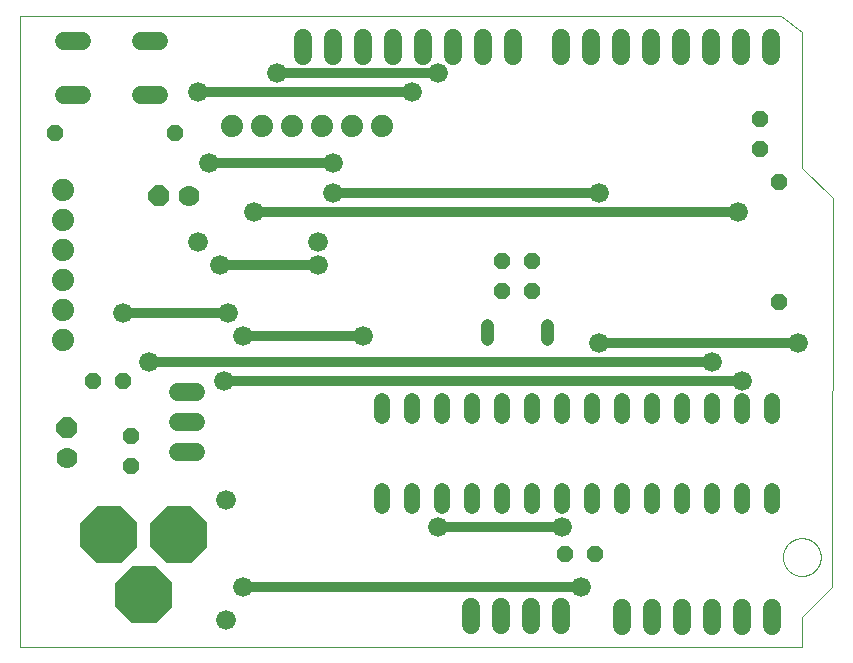
<source format=gtl>
G75*
%MOIN*%
%OFA0B0*%
%FSLAX25Y25*%
%IPPOS*%
%LPD*%
%AMOC8*
5,1,8,0,0,1.08239X$1,22.5*
%
%ADD10C,0.00000*%
%ADD11C,0.05200*%
%ADD12OC8,0.05200*%
%ADD13C,0.04400*%
%ADD14C,0.06000*%
%ADD15C,0.06600*%
%ADD16OC8,0.07000*%
%ADD17C,0.07000*%
%ADD18OC8,0.19000*%
%ADD19C,0.07400*%
%ADD20C,0.03200*%
D10*
X0001688Y0002357D02*
X0242200Y0002200D01*
X0262300Y0002157D01*
X0262257Y0002357D01*
X0262200Y0012200D01*
X0272349Y0022257D01*
X0272449Y0151758D01*
X0262200Y0161758D01*
X0262200Y0207258D01*
X0255400Y0212400D01*
X0001688Y0212558D01*
X0001688Y0002357D01*
X0255901Y0032200D02*
X0255903Y0032358D01*
X0255909Y0032516D01*
X0255919Y0032674D01*
X0255933Y0032832D01*
X0255951Y0032989D01*
X0255972Y0033146D01*
X0255998Y0033302D01*
X0256028Y0033458D01*
X0256061Y0033613D01*
X0256099Y0033766D01*
X0256140Y0033919D01*
X0256185Y0034071D01*
X0256234Y0034222D01*
X0256287Y0034371D01*
X0256343Y0034519D01*
X0256403Y0034665D01*
X0256467Y0034810D01*
X0256535Y0034953D01*
X0256606Y0035095D01*
X0256680Y0035235D01*
X0256758Y0035372D01*
X0256840Y0035508D01*
X0256924Y0035642D01*
X0257013Y0035773D01*
X0257104Y0035902D01*
X0257199Y0036029D01*
X0257296Y0036154D01*
X0257397Y0036276D01*
X0257501Y0036395D01*
X0257608Y0036512D01*
X0257718Y0036626D01*
X0257831Y0036737D01*
X0257946Y0036846D01*
X0258064Y0036951D01*
X0258185Y0037053D01*
X0258308Y0037153D01*
X0258434Y0037249D01*
X0258562Y0037342D01*
X0258692Y0037432D01*
X0258825Y0037518D01*
X0258960Y0037602D01*
X0259096Y0037681D01*
X0259235Y0037758D01*
X0259376Y0037830D01*
X0259518Y0037900D01*
X0259662Y0037965D01*
X0259808Y0038027D01*
X0259955Y0038085D01*
X0260104Y0038140D01*
X0260254Y0038191D01*
X0260405Y0038238D01*
X0260557Y0038281D01*
X0260710Y0038320D01*
X0260865Y0038356D01*
X0261020Y0038387D01*
X0261176Y0038415D01*
X0261332Y0038439D01*
X0261489Y0038459D01*
X0261647Y0038475D01*
X0261804Y0038487D01*
X0261963Y0038495D01*
X0262121Y0038499D01*
X0262279Y0038499D01*
X0262437Y0038495D01*
X0262596Y0038487D01*
X0262753Y0038475D01*
X0262911Y0038459D01*
X0263068Y0038439D01*
X0263224Y0038415D01*
X0263380Y0038387D01*
X0263535Y0038356D01*
X0263690Y0038320D01*
X0263843Y0038281D01*
X0263995Y0038238D01*
X0264146Y0038191D01*
X0264296Y0038140D01*
X0264445Y0038085D01*
X0264592Y0038027D01*
X0264738Y0037965D01*
X0264882Y0037900D01*
X0265024Y0037830D01*
X0265165Y0037758D01*
X0265304Y0037681D01*
X0265440Y0037602D01*
X0265575Y0037518D01*
X0265708Y0037432D01*
X0265838Y0037342D01*
X0265966Y0037249D01*
X0266092Y0037153D01*
X0266215Y0037053D01*
X0266336Y0036951D01*
X0266454Y0036846D01*
X0266569Y0036737D01*
X0266682Y0036626D01*
X0266792Y0036512D01*
X0266899Y0036395D01*
X0267003Y0036276D01*
X0267104Y0036154D01*
X0267201Y0036029D01*
X0267296Y0035902D01*
X0267387Y0035773D01*
X0267476Y0035642D01*
X0267560Y0035508D01*
X0267642Y0035372D01*
X0267720Y0035235D01*
X0267794Y0035095D01*
X0267865Y0034953D01*
X0267933Y0034810D01*
X0267997Y0034665D01*
X0268057Y0034519D01*
X0268113Y0034371D01*
X0268166Y0034222D01*
X0268215Y0034071D01*
X0268260Y0033919D01*
X0268301Y0033766D01*
X0268339Y0033613D01*
X0268372Y0033458D01*
X0268402Y0033302D01*
X0268428Y0033146D01*
X0268449Y0032989D01*
X0268467Y0032832D01*
X0268481Y0032674D01*
X0268491Y0032516D01*
X0268497Y0032358D01*
X0268499Y0032200D01*
X0268497Y0032042D01*
X0268491Y0031884D01*
X0268481Y0031726D01*
X0268467Y0031568D01*
X0268449Y0031411D01*
X0268428Y0031254D01*
X0268402Y0031098D01*
X0268372Y0030942D01*
X0268339Y0030787D01*
X0268301Y0030634D01*
X0268260Y0030481D01*
X0268215Y0030329D01*
X0268166Y0030178D01*
X0268113Y0030029D01*
X0268057Y0029881D01*
X0267997Y0029735D01*
X0267933Y0029590D01*
X0267865Y0029447D01*
X0267794Y0029305D01*
X0267720Y0029165D01*
X0267642Y0029028D01*
X0267560Y0028892D01*
X0267476Y0028758D01*
X0267387Y0028627D01*
X0267296Y0028498D01*
X0267201Y0028371D01*
X0267104Y0028246D01*
X0267003Y0028124D01*
X0266899Y0028005D01*
X0266792Y0027888D01*
X0266682Y0027774D01*
X0266569Y0027663D01*
X0266454Y0027554D01*
X0266336Y0027449D01*
X0266215Y0027347D01*
X0266092Y0027247D01*
X0265966Y0027151D01*
X0265838Y0027058D01*
X0265708Y0026968D01*
X0265575Y0026882D01*
X0265440Y0026798D01*
X0265304Y0026719D01*
X0265165Y0026642D01*
X0265024Y0026570D01*
X0264882Y0026500D01*
X0264738Y0026435D01*
X0264592Y0026373D01*
X0264445Y0026315D01*
X0264296Y0026260D01*
X0264146Y0026209D01*
X0263995Y0026162D01*
X0263843Y0026119D01*
X0263690Y0026080D01*
X0263535Y0026044D01*
X0263380Y0026013D01*
X0263224Y0025985D01*
X0263068Y0025961D01*
X0262911Y0025941D01*
X0262753Y0025925D01*
X0262596Y0025913D01*
X0262437Y0025905D01*
X0262279Y0025901D01*
X0262121Y0025901D01*
X0261963Y0025905D01*
X0261804Y0025913D01*
X0261647Y0025925D01*
X0261489Y0025941D01*
X0261332Y0025961D01*
X0261176Y0025985D01*
X0261020Y0026013D01*
X0260865Y0026044D01*
X0260710Y0026080D01*
X0260557Y0026119D01*
X0260405Y0026162D01*
X0260254Y0026209D01*
X0260104Y0026260D01*
X0259955Y0026315D01*
X0259808Y0026373D01*
X0259662Y0026435D01*
X0259518Y0026500D01*
X0259376Y0026570D01*
X0259235Y0026642D01*
X0259096Y0026719D01*
X0258960Y0026798D01*
X0258825Y0026882D01*
X0258692Y0026968D01*
X0258562Y0027058D01*
X0258434Y0027151D01*
X0258308Y0027247D01*
X0258185Y0027347D01*
X0258064Y0027449D01*
X0257946Y0027554D01*
X0257831Y0027663D01*
X0257718Y0027774D01*
X0257608Y0027888D01*
X0257501Y0028005D01*
X0257397Y0028124D01*
X0257296Y0028246D01*
X0257199Y0028371D01*
X0257104Y0028498D01*
X0257013Y0028627D01*
X0256924Y0028758D01*
X0256840Y0028892D01*
X0256758Y0029028D01*
X0256680Y0029165D01*
X0256606Y0029305D01*
X0256535Y0029447D01*
X0256467Y0029590D01*
X0256403Y0029735D01*
X0256343Y0029881D01*
X0256287Y0030029D01*
X0256234Y0030178D01*
X0256185Y0030329D01*
X0256140Y0030481D01*
X0256099Y0030634D01*
X0256061Y0030787D01*
X0256028Y0030942D01*
X0255998Y0031098D01*
X0255972Y0031254D01*
X0255951Y0031411D01*
X0255933Y0031568D01*
X0255919Y0031726D01*
X0255909Y0031884D01*
X0255903Y0032042D01*
X0255901Y0032200D01*
D11*
X0252244Y0049128D02*
X0252244Y0054328D01*
X0242244Y0054328D02*
X0242244Y0049128D01*
X0232244Y0049128D02*
X0232244Y0054328D01*
X0222244Y0054328D02*
X0222244Y0049128D01*
X0212244Y0049128D02*
X0212244Y0054328D01*
X0202244Y0054328D02*
X0202244Y0049128D01*
X0192244Y0049128D02*
X0192244Y0054328D01*
X0182244Y0054328D02*
X0182244Y0049128D01*
X0172244Y0049128D02*
X0172244Y0054328D01*
X0162244Y0054328D02*
X0162244Y0049128D01*
X0152244Y0049128D02*
X0152244Y0054328D01*
X0142244Y0054328D02*
X0142244Y0049128D01*
X0132244Y0049128D02*
X0132244Y0054328D01*
X0122244Y0054328D02*
X0122244Y0049128D01*
X0122244Y0079128D02*
X0122244Y0084328D01*
X0132244Y0084328D02*
X0132244Y0079128D01*
X0142244Y0079128D02*
X0142244Y0084328D01*
X0152244Y0084328D02*
X0152244Y0079128D01*
X0162244Y0079128D02*
X0162244Y0084328D01*
X0172244Y0084328D02*
X0172244Y0079128D01*
X0182244Y0079128D02*
X0182244Y0084328D01*
X0192244Y0084328D02*
X0192244Y0079128D01*
X0202244Y0079128D02*
X0202244Y0084328D01*
X0212244Y0084328D02*
X0212244Y0079128D01*
X0222244Y0079128D02*
X0222244Y0084328D01*
X0232244Y0084328D02*
X0232244Y0079128D01*
X0242244Y0079128D02*
X0242244Y0084328D01*
X0252244Y0084328D02*
X0252244Y0079128D01*
D12*
X0254684Y0117306D03*
X0254684Y0157306D03*
X0248326Y0168214D03*
X0248326Y0178214D03*
X0172170Y0130852D03*
X0162244Y0130852D03*
X0162244Y0120852D03*
X0172170Y0120852D03*
X0183343Y0033159D03*
X0193343Y0033159D03*
X0038508Y0062506D03*
X0038508Y0072506D03*
X0035950Y0090950D03*
X0025950Y0090950D03*
X0013389Y0173547D03*
X0053389Y0173547D03*
D13*
X0157213Y0109428D02*
X0157213Y0105028D01*
X0177213Y0105028D02*
X0177213Y0109428D01*
D14*
X0181908Y0199108D02*
X0181908Y0205108D01*
X0191908Y0205108D02*
X0191908Y0199108D01*
X0201908Y0199108D02*
X0201908Y0205108D01*
X0211908Y0205108D02*
X0211908Y0199108D01*
X0221908Y0199108D02*
X0221908Y0205108D01*
X0231908Y0205108D02*
X0231908Y0199108D01*
X0241908Y0199108D02*
X0241908Y0205108D01*
X0251908Y0205108D02*
X0251908Y0199108D01*
X0165920Y0199272D02*
X0165920Y0205272D01*
X0155920Y0205272D02*
X0155920Y0199272D01*
X0145920Y0199272D02*
X0145920Y0205272D01*
X0135920Y0205272D02*
X0135920Y0199272D01*
X0125920Y0199272D02*
X0125920Y0205272D01*
X0115920Y0205272D02*
X0115920Y0199272D01*
X0105920Y0199272D02*
X0105920Y0205272D01*
X0095920Y0205272D02*
X0095920Y0199272D01*
X0047803Y0204097D02*
X0041803Y0204097D01*
X0022203Y0204097D02*
X0016203Y0204097D01*
X0016203Y0186297D02*
X0022203Y0186297D01*
X0041803Y0186297D02*
X0047803Y0186297D01*
X0054200Y0087200D02*
X0060200Y0087200D01*
X0060200Y0077200D02*
X0054200Y0077200D01*
X0054200Y0067200D02*
X0060200Y0067200D01*
X0151943Y0015608D02*
X0151943Y0009608D01*
X0161943Y0009608D02*
X0161943Y0015608D01*
X0171943Y0015608D02*
X0171943Y0009608D01*
X0181943Y0009608D02*
X0181943Y0015608D01*
X0202320Y0015308D02*
X0202320Y0009308D01*
X0212320Y0009308D02*
X0212320Y0015308D01*
X0222320Y0015308D02*
X0222320Y0009308D01*
X0232320Y0009308D02*
X0232320Y0015308D01*
X0242320Y0015308D02*
X0242320Y0009308D01*
X0252320Y0009308D02*
X0252320Y0015308D01*
D15*
X0188450Y0022200D03*
X0182200Y0042200D03*
X0140950Y0042200D03*
X0075950Y0022200D03*
X0070108Y0011093D03*
X0070108Y0051093D03*
X0069700Y0090950D03*
X0075950Y0105950D03*
X0070950Y0113450D03*
X0068360Y0129610D03*
X0060950Y0137200D03*
X0079700Y0147200D03*
X0100950Y0137200D03*
X0100950Y0129700D03*
X0105950Y0153450D03*
X0105950Y0163450D03*
X0132200Y0187200D03*
X0140950Y0193450D03*
X0194700Y0153450D03*
X0240950Y0147200D03*
X0260950Y0103450D03*
X0242200Y0090950D03*
X0232244Y0097200D03*
X0194700Y0103450D03*
X0115950Y0105950D03*
X0044700Y0097200D03*
X0035950Y0113450D03*
X0064700Y0163450D03*
X0060950Y0187200D03*
X0087200Y0193450D03*
D16*
X0047876Y0152594D03*
X0017108Y0075250D03*
D17*
X0017108Y0065250D03*
X0057876Y0152594D03*
D18*
X0054700Y0039400D03*
X0031100Y0039400D03*
X0042900Y0019700D03*
D19*
X0015950Y0104700D03*
X0015950Y0114700D03*
X0015950Y0124700D03*
X0015950Y0134700D03*
X0015950Y0144700D03*
X0015950Y0154700D03*
X0072200Y0175950D03*
X0082200Y0175950D03*
X0092200Y0175950D03*
X0102200Y0175950D03*
X0112200Y0175950D03*
X0122200Y0175950D03*
D20*
X0132200Y0187200D02*
X0060950Y0187200D01*
X0087200Y0193450D02*
X0140950Y0193450D01*
X0105950Y0163450D02*
X0064700Y0163450D01*
X0079700Y0147200D02*
X0240950Y0147200D01*
X0194700Y0153450D02*
X0105950Y0153450D01*
X0100950Y0129700D02*
X0068450Y0129700D01*
X0068360Y0129610D01*
X0070950Y0113450D02*
X0035950Y0113450D01*
X0044700Y0097200D02*
X0232244Y0097200D01*
X0242200Y0090950D02*
X0069700Y0090950D01*
X0075950Y0105950D02*
X0115950Y0105950D01*
X0194700Y0103450D02*
X0260950Y0103450D01*
X0182200Y0042200D02*
X0140950Y0042200D01*
X0188450Y0022200D02*
X0075950Y0022200D01*
M02*

</source>
